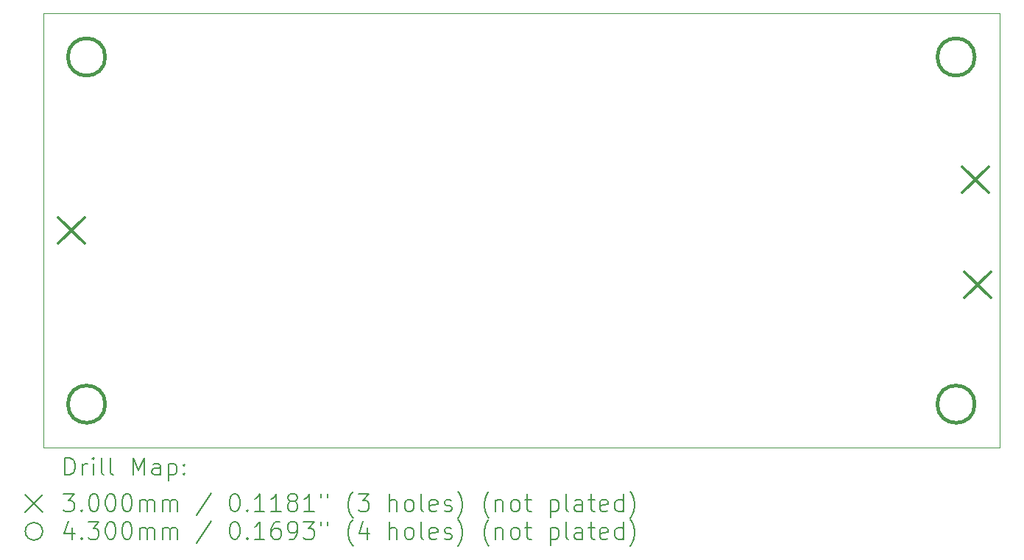
<source format=gbr>
%TF.GenerationSoftware,KiCad,Pcbnew,(6.0.7-1)-1*%
%TF.CreationDate,2022-12-17T15:07:54-05:00*%
%TF.ProjectId,ResistorNetwork,52657369-7374-46f7-924e-6574776f726b,rev?*%
%TF.SameCoordinates,Original*%
%TF.FileFunction,Drillmap*%
%TF.FilePolarity,Positive*%
%FSLAX45Y45*%
G04 Gerber Fmt 4.5, Leading zero omitted, Abs format (unit mm)*
G04 Created by KiCad (PCBNEW (6.0.7-1)-1) date 2022-12-17 15:07:54*
%MOMM*%
%LPD*%
G01*
G04 APERTURE LIST*
%ADD10C,0.100000*%
%ADD11C,0.200000*%
%ADD12C,0.300000*%
%ADD13C,0.430000*%
G04 APERTURE END LIST*
D10*
X2600000Y-2800000D02*
X13600000Y-2800000D01*
X13600000Y-2800000D02*
X13600000Y-7800000D01*
X13600000Y-7800000D02*
X2600000Y-7800000D01*
X2600000Y-7800000D02*
X2600000Y-2800000D01*
D11*
D12*
X2776500Y-5150000D02*
X3076500Y-5450000D01*
X3076500Y-5150000D02*
X2776500Y-5450000D01*
X13174500Y-4562000D02*
X13474500Y-4862000D01*
X13474500Y-4562000D02*
X13174500Y-4862000D01*
X13198500Y-5775000D02*
X13498500Y-6075000D01*
X13498500Y-5775000D02*
X13198500Y-6075000D01*
D13*
X3315000Y-3300000D02*
G75*
G03*
X3315000Y-3300000I-215000J0D01*
G01*
X3315000Y-7300000D02*
G75*
G03*
X3315000Y-7300000I-215000J0D01*
G01*
X13315000Y-3300000D02*
G75*
G03*
X13315000Y-3300000I-215000J0D01*
G01*
X13315000Y-7300000D02*
G75*
G03*
X13315000Y-7300000I-215000J0D01*
G01*
D11*
X2852619Y-8115476D02*
X2852619Y-7915476D01*
X2900238Y-7915476D01*
X2928809Y-7925000D01*
X2947857Y-7944048D01*
X2957381Y-7963095D01*
X2966905Y-8001190D01*
X2966905Y-8029762D01*
X2957381Y-8067857D01*
X2947857Y-8086905D01*
X2928809Y-8105952D01*
X2900238Y-8115476D01*
X2852619Y-8115476D01*
X3052619Y-8115476D02*
X3052619Y-7982143D01*
X3052619Y-8020238D02*
X3062143Y-8001190D01*
X3071667Y-7991667D01*
X3090714Y-7982143D01*
X3109762Y-7982143D01*
X3176428Y-8115476D02*
X3176428Y-7982143D01*
X3176428Y-7915476D02*
X3166905Y-7925000D01*
X3176428Y-7934524D01*
X3185952Y-7925000D01*
X3176428Y-7915476D01*
X3176428Y-7934524D01*
X3300238Y-8115476D02*
X3281190Y-8105952D01*
X3271667Y-8086905D01*
X3271667Y-7915476D01*
X3405000Y-8115476D02*
X3385952Y-8105952D01*
X3376428Y-8086905D01*
X3376428Y-7915476D01*
X3633571Y-8115476D02*
X3633571Y-7915476D01*
X3700238Y-8058333D01*
X3766905Y-7915476D01*
X3766905Y-8115476D01*
X3947857Y-8115476D02*
X3947857Y-8010714D01*
X3938333Y-7991667D01*
X3919286Y-7982143D01*
X3881190Y-7982143D01*
X3862143Y-7991667D01*
X3947857Y-8105952D02*
X3928809Y-8115476D01*
X3881190Y-8115476D01*
X3862143Y-8105952D01*
X3852619Y-8086905D01*
X3852619Y-8067857D01*
X3862143Y-8048809D01*
X3881190Y-8039286D01*
X3928809Y-8039286D01*
X3947857Y-8029762D01*
X4043095Y-7982143D02*
X4043095Y-8182143D01*
X4043095Y-7991667D02*
X4062143Y-7982143D01*
X4100238Y-7982143D01*
X4119286Y-7991667D01*
X4128809Y-8001190D01*
X4138333Y-8020238D01*
X4138333Y-8077381D01*
X4128809Y-8096428D01*
X4119286Y-8105952D01*
X4100238Y-8115476D01*
X4062143Y-8115476D01*
X4043095Y-8105952D01*
X4224048Y-8096428D02*
X4233571Y-8105952D01*
X4224048Y-8115476D01*
X4214524Y-8105952D01*
X4224048Y-8096428D01*
X4224048Y-8115476D01*
X4224048Y-7991667D02*
X4233571Y-8001190D01*
X4224048Y-8010714D01*
X4214524Y-8001190D01*
X4224048Y-7991667D01*
X4224048Y-8010714D01*
X2395000Y-8345000D02*
X2595000Y-8545000D01*
X2595000Y-8345000D02*
X2395000Y-8545000D01*
X2833571Y-8335476D02*
X2957381Y-8335476D01*
X2890714Y-8411667D01*
X2919286Y-8411667D01*
X2938333Y-8421190D01*
X2947857Y-8430714D01*
X2957381Y-8449762D01*
X2957381Y-8497381D01*
X2947857Y-8516429D01*
X2938333Y-8525952D01*
X2919286Y-8535476D01*
X2862143Y-8535476D01*
X2843095Y-8525952D01*
X2833571Y-8516429D01*
X3043095Y-8516429D02*
X3052619Y-8525952D01*
X3043095Y-8535476D01*
X3033571Y-8525952D01*
X3043095Y-8516429D01*
X3043095Y-8535476D01*
X3176428Y-8335476D02*
X3195476Y-8335476D01*
X3214524Y-8345000D01*
X3224048Y-8354524D01*
X3233571Y-8373571D01*
X3243095Y-8411667D01*
X3243095Y-8459286D01*
X3233571Y-8497381D01*
X3224048Y-8516429D01*
X3214524Y-8525952D01*
X3195476Y-8535476D01*
X3176428Y-8535476D01*
X3157381Y-8525952D01*
X3147857Y-8516429D01*
X3138333Y-8497381D01*
X3128809Y-8459286D01*
X3128809Y-8411667D01*
X3138333Y-8373571D01*
X3147857Y-8354524D01*
X3157381Y-8345000D01*
X3176428Y-8335476D01*
X3366905Y-8335476D02*
X3385952Y-8335476D01*
X3405000Y-8345000D01*
X3414524Y-8354524D01*
X3424048Y-8373571D01*
X3433571Y-8411667D01*
X3433571Y-8459286D01*
X3424048Y-8497381D01*
X3414524Y-8516429D01*
X3405000Y-8525952D01*
X3385952Y-8535476D01*
X3366905Y-8535476D01*
X3347857Y-8525952D01*
X3338333Y-8516429D01*
X3328809Y-8497381D01*
X3319286Y-8459286D01*
X3319286Y-8411667D01*
X3328809Y-8373571D01*
X3338333Y-8354524D01*
X3347857Y-8345000D01*
X3366905Y-8335476D01*
X3557381Y-8335476D02*
X3576428Y-8335476D01*
X3595476Y-8345000D01*
X3605000Y-8354524D01*
X3614524Y-8373571D01*
X3624048Y-8411667D01*
X3624048Y-8459286D01*
X3614524Y-8497381D01*
X3605000Y-8516429D01*
X3595476Y-8525952D01*
X3576428Y-8535476D01*
X3557381Y-8535476D01*
X3538333Y-8525952D01*
X3528809Y-8516429D01*
X3519286Y-8497381D01*
X3509762Y-8459286D01*
X3509762Y-8411667D01*
X3519286Y-8373571D01*
X3528809Y-8354524D01*
X3538333Y-8345000D01*
X3557381Y-8335476D01*
X3709762Y-8535476D02*
X3709762Y-8402143D01*
X3709762Y-8421190D02*
X3719286Y-8411667D01*
X3738333Y-8402143D01*
X3766905Y-8402143D01*
X3785952Y-8411667D01*
X3795476Y-8430714D01*
X3795476Y-8535476D01*
X3795476Y-8430714D02*
X3805000Y-8411667D01*
X3824048Y-8402143D01*
X3852619Y-8402143D01*
X3871667Y-8411667D01*
X3881190Y-8430714D01*
X3881190Y-8535476D01*
X3976428Y-8535476D02*
X3976428Y-8402143D01*
X3976428Y-8421190D02*
X3985952Y-8411667D01*
X4005000Y-8402143D01*
X4033571Y-8402143D01*
X4052619Y-8411667D01*
X4062143Y-8430714D01*
X4062143Y-8535476D01*
X4062143Y-8430714D02*
X4071667Y-8411667D01*
X4090714Y-8402143D01*
X4119286Y-8402143D01*
X4138333Y-8411667D01*
X4147857Y-8430714D01*
X4147857Y-8535476D01*
X4538333Y-8325952D02*
X4366905Y-8583095D01*
X4795476Y-8335476D02*
X4814524Y-8335476D01*
X4833571Y-8345000D01*
X4843095Y-8354524D01*
X4852619Y-8373571D01*
X4862143Y-8411667D01*
X4862143Y-8459286D01*
X4852619Y-8497381D01*
X4843095Y-8516429D01*
X4833571Y-8525952D01*
X4814524Y-8535476D01*
X4795476Y-8535476D01*
X4776429Y-8525952D01*
X4766905Y-8516429D01*
X4757381Y-8497381D01*
X4747857Y-8459286D01*
X4747857Y-8411667D01*
X4757381Y-8373571D01*
X4766905Y-8354524D01*
X4776429Y-8345000D01*
X4795476Y-8335476D01*
X4947857Y-8516429D02*
X4957381Y-8525952D01*
X4947857Y-8535476D01*
X4938333Y-8525952D01*
X4947857Y-8516429D01*
X4947857Y-8535476D01*
X5147857Y-8535476D02*
X5033571Y-8535476D01*
X5090714Y-8535476D02*
X5090714Y-8335476D01*
X5071667Y-8364048D01*
X5052619Y-8383095D01*
X5033571Y-8392619D01*
X5338333Y-8535476D02*
X5224048Y-8535476D01*
X5281190Y-8535476D02*
X5281190Y-8335476D01*
X5262143Y-8364048D01*
X5243095Y-8383095D01*
X5224048Y-8392619D01*
X5452619Y-8421190D02*
X5433571Y-8411667D01*
X5424048Y-8402143D01*
X5414524Y-8383095D01*
X5414524Y-8373571D01*
X5424048Y-8354524D01*
X5433571Y-8345000D01*
X5452619Y-8335476D01*
X5490714Y-8335476D01*
X5509762Y-8345000D01*
X5519286Y-8354524D01*
X5528810Y-8373571D01*
X5528810Y-8383095D01*
X5519286Y-8402143D01*
X5509762Y-8411667D01*
X5490714Y-8421190D01*
X5452619Y-8421190D01*
X5433571Y-8430714D01*
X5424048Y-8440238D01*
X5414524Y-8459286D01*
X5414524Y-8497381D01*
X5424048Y-8516429D01*
X5433571Y-8525952D01*
X5452619Y-8535476D01*
X5490714Y-8535476D01*
X5509762Y-8525952D01*
X5519286Y-8516429D01*
X5528810Y-8497381D01*
X5528810Y-8459286D01*
X5519286Y-8440238D01*
X5509762Y-8430714D01*
X5490714Y-8421190D01*
X5719286Y-8535476D02*
X5605000Y-8535476D01*
X5662143Y-8535476D02*
X5662143Y-8335476D01*
X5643095Y-8364048D01*
X5624048Y-8383095D01*
X5605000Y-8392619D01*
X5795476Y-8335476D02*
X5795476Y-8373571D01*
X5871667Y-8335476D02*
X5871667Y-8373571D01*
X6166905Y-8611667D02*
X6157381Y-8602143D01*
X6138333Y-8573571D01*
X6128809Y-8554524D01*
X6119286Y-8525952D01*
X6109762Y-8478333D01*
X6109762Y-8440238D01*
X6119286Y-8392619D01*
X6128809Y-8364048D01*
X6138333Y-8345000D01*
X6157381Y-8316428D01*
X6166905Y-8306905D01*
X6224048Y-8335476D02*
X6347857Y-8335476D01*
X6281190Y-8411667D01*
X6309762Y-8411667D01*
X6328809Y-8421190D01*
X6338333Y-8430714D01*
X6347857Y-8449762D01*
X6347857Y-8497381D01*
X6338333Y-8516429D01*
X6328809Y-8525952D01*
X6309762Y-8535476D01*
X6252619Y-8535476D01*
X6233571Y-8525952D01*
X6224048Y-8516429D01*
X6585952Y-8535476D02*
X6585952Y-8335476D01*
X6671667Y-8535476D02*
X6671667Y-8430714D01*
X6662143Y-8411667D01*
X6643095Y-8402143D01*
X6614524Y-8402143D01*
X6595476Y-8411667D01*
X6585952Y-8421190D01*
X6795476Y-8535476D02*
X6776428Y-8525952D01*
X6766905Y-8516429D01*
X6757381Y-8497381D01*
X6757381Y-8440238D01*
X6766905Y-8421190D01*
X6776428Y-8411667D01*
X6795476Y-8402143D01*
X6824048Y-8402143D01*
X6843095Y-8411667D01*
X6852619Y-8421190D01*
X6862143Y-8440238D01*
X6862143Y-8497381D01*
X6852619Y-8516429D01*
X6843095Y-8525952D01*
X6824048Y-8535476D01*
X6795476Y-8535476D01*
X6976428Y-8535476D02*
X6957381Y-8525952D01*
X6947857Y-8506905D01*
X6947857Y-8335476D01*
X7128809Y-8525952D02*
X7109762Y-8535476D01*
X7071667Y-8535476D01*
X7052619Y-8525952D01*
X7043095Y-8506905D01*
X7043095Y-8430714D01*
X7052619Y-8411667D01*
X7071667Y-8402143D01*
X7109762Y-8402143D01*
X7128809Y-8411667D01*
X7138333Y-8430714D01*
X7138333Y-8449762D01*
X7043095Y-8468810D01*
X7214524Y-8525952D02*
X7233571Y-8535476D01*
X7271667Y-8535476D01*
X7290714Y-8525952D01*
X7300238Y-8506905D01*
X7300238Y-8497381D01*
X7290714Y-8478333D01*
X7271667Y-8468810D01*
X7243095Y-8468810D01*
X7224048Y-8459286D01*
X7214524Y-8440238D01*
X7214524Y-8430714D01*
X7224048Y-8411667D01*
X7243095Y-8402143D01*
X7271667Y-8402143D01*
X7290714Y-8411667D01*
X7366905Y-8611667D02*
X7376428Y-8602143D01*
X7395476Y-8573571D01*
X7405000Y-8554524D01*
X7414524Y-8525952D01*
X7424048Y-8478333D01*
X7424048Y-8440238D01*
X7414524Y-8392619D01*
X7405000Y-8364048D01*
X7395476Y-8345000D01*
X7376428Y-8316428D01*
X7366905Y-8306905D01*
X7728809Y-8611667D02*
X7719286Y-8602143D01*
X7700238Y-8573571D01*
X7690714Y-8554524D01*
X7681190Y-8525952D01*
X7671667Y-8478333D01*
X7671667Y-8440238D01*
X7681190Y-8392619D01*
X7690714Y-8364048D01*
X7700238Y-8345000D01*
X7719286Y-8316428D01*
X7728809Y-8306905D01*
X7805000Y-8402143D02*
X7805000Y-8535476D01*
X7805000Y-8421190D02*
X7814524Y-8411667D01*
X7833571Y-8402143D01*
X7862143Y-8402143D01*
X7881190Y-8411667D01*
X7890714Y-8430714D01*
X7890714Y-8535476D01*
X8014524Y-8535476D02*
X7995476Y-8525952D01*
X7985952Y-8516429D01*
X7976428Y-8497381D01*
X7976428Y-8440238D01*
X7985952Y-8421190D01*
X7995476Y-8411667D01*
X8014524Y-8402143D01*
X8043095Y-8402143D01*
X8062143Y-8411667D01*
X8071667Y-8421190D01*
X8081190Y-8440238D01*
X8081190Y-8497381D01*
X8071667Y-8516429D01*
X8062143Y-8525952D01*
X8043095Y-8535476D01*
X8014524Y-8535476D01*
X8138333Y-8402143D02*
X8214524Y-8402143D01*
X8166905Y-8335476D02*
X8166905Y-8506905D01*
X8176428Y-8525952D01*
X8195476Y-8535476D01*
X8214524Y-8535476D01*
X8433571Y-8402143D02*
X8433571Y-8602143D01*
X8433571Y-8411667D02*
X8452619Y-8402143D01*
X8490714Y-8402143D01*
X8509762Y-8411667D01*
X8519286Y-8421190D01*
X8528810Y-8440238D01*
X8528810Y-8497381D01*
X8519286Y-8516429D01*
X8509762Y-8525952D01*
X8490714Y-8535476D01*
X8452619Y-8535476D01*
X8433571Y-8525952D01*
X8643095Y-8535476D02*
X8624048Y-8525952D01*
X8614524Y-8506905D01*
X8614524Y-8335476D01*
X8805000Y-8535476D02*
X8805000Y-8430714D01*
X8795476Y-8411667D01*
X8776429Y-8402143D01*
X8738333Y-8402143D01*
X8719286Y-8411667D01*
X8805000Y-8525952D02*
X8785952Y-8535476D01*
X8738333Y-8535476D01*
X8719286Y-8525952D01*
X8709762Y-8506905D01*
X8709762Y-8487857D01*
X8719286Y-8468810D01*
X8738333Y-8459286D01*
X8785952Y-8459286D01*
X8805000Y-8449762D01*
X8871667Y-8402143D02*
X8947857Y-8402143D01*
X8900238Y-8335476D02*
X8900238Y-8506905D01*
X8909762Y-8525952D01*
X8928810Y-8535476D01*
X8947857Y-8535476D01*
X9090714Y-8525952D02*
X9071667Y-8535476D01*
X9033571Y-8535476D01*
X9014524Y-8525952D01*
X9005000Y-8506905D01*
X9005000Y-8430714D01*
X9014524Y-8411667D01*
X9033571Y-8402143D01*
X9071667Y-8402143D01*
X9090714Y-8411667D01*
X9100238Y-8430714D01*
X9100238Y-8449762D01*
X9005000Y-8468810D01*
X9271667Y-8535476D02*
X9271667Y-8335476D01*
X9271667Y-8525952D02*
X9252619Y-8535476D01*
X9214524Y-8535476D01*
X9195476Y-8525952D01*
X9185952Y-8516429D01*
X9176429Y-8497381D01*
X9176429Y-8440238D01*
X9185952Y-8421190D01*
X9195476Y-8411667D01*
X9214524Y-8402143D01*
X9252619Y-8402143D01*
X9271667Y-8411667D01*
X9347857Y-8611667D02*
X9357381Y-8602143D01*
X9376429Y-8573571D01*
X9385952Y-8554524D01*
X9395476Y-8525952D01*
X9405000Y-8478333D01*
X9405000Y-8440238D01*
X9395476Y-8392619D01*
X9385952Y-8364048D01*
X9376429Y-8345000D01*
X9357381Y-8316428D01*
X9347857Y-8306905D01*
X2595000Y-8765000D02*
G75*
G03*
X2595000Y-8765000I-100000J0D01*
G01*
X2938333Y-8722143D02*
X2938333Y-8855476D01*
X2890714Y-8645952D02*
X2843095Y-8788810D01*
X2966905Y-8788810D01*
X3043095Y-8836429D02*
X3052619Y-8845952D01*
X3043095Y-8855476D01*
X3033571Y-8845952D01*
X3043095Y-8836429D01*
X3043095Y-8855476D01*
X3119286Y-8655476D02*
X3243095Y-8655476D01*
X3176428Y-8731667D01*
X3205000Y-8731667D01*
X3224048Y-8741190D01*
X3233571Y-8750714D01*
X3243095Y-8769762D01*
X3243095Y-8817381D01*
X3233571Y-8836429D01*
X3224048Y-8845952D01*
X3205000Y-8855476D01*
X3147857Y-8855476D01*
X3128809Y-8845952D01*
X3119286Y-8836429D01*
X3366905Y-8655476D02*
X3385952Y-8655476D01*
X3405000Y-8665000D01*
X3414524Y-8674524D01*
X3424048Y-8693571D01*
X3433571Y-8731667D01*
X3433571Y-8779286D01*
X3424048Y-8817381D01*
X3414524Y-8836429D01*
X3405000Y-8845952D01*
X3385952Y-8855476D01*
X3366905Y-8855476D01*
X3347857Y-8845952D01*
X3338333Y-8836429D01*
X3328809Y-8817381D01*
X3319286Y-8779286D01*
X3319286Y-8731667D01*
X3328809Y-8693571D01*
X3338333Y-8674524D01*
X3347857Y-8665000D01*
X3366905Y-8655476D01*
X3557381Y-8655476D02*
X3576428Y-8655476D01*
X3595476Y-8665000D01*
X3605000Y-8674524D01*
X3614524Y-8693571D01*
X3624048Y-8731667D01*
X3624048Y-8779286D01*
X3614524Y-8817381D01*
X3605000Y-8836429D01*
X3595476Y-8845952D01*
X3576428Y-8855476D01*
X3557381Y-8855476D01*
X3538333Y-8845952D01*
X3528809Y-8836429D01*
X3519286Y-8817381D01*
X3509762Y-8779286D01*
X3509762Y-8731667D01*
X3519286Y-8693571D01*
X3528809Y-8674524D01*
X3538333Y-8665000D01*
X3557381Y-8655476D01*
X3709762Y-8855476D02*
X3709762Y-8722143D01*
X3709762Y-8741190D02*
X3719286Y-8731667D01*
X3738333Y-8722143D01*
X3766905Y-8722143D01*
X3785952Y-8731667D01*
X3795476Y-8750714D01*
X3795476Y-8855476D01*
X3795476Y-8750714D02*
X3805000Y-8731667D01*
X3824048Y-8722143D01*
X3852619Y-8722143D01*
X3871667Y-8731667D01*
X3881190Y-8750714D01*
X3881190Y-8855476D01*
X3976428Y-8855476D02*
X3976428Y-8722143D01*
X3976428Y-8741190D02*
X3985952Y-8731667D01*
X4005000Y-8722143D01*
X4033571Y-8722143D01*
X4052619Y-8731667D01*
X4062143Y-8750714D01*
X4062143Y-8855476D01*
X4062143Y-8750714D02*
X4071667Y-8731667D01*
X4090714Y-8722143D01*
X4119286Y-8722143D01*
X4138333Y-8731667D01*
X4147857Y-8750714D01*
X4147857Y-8855476D01*
X4538333Y-8645952D02*
X4366905Y-8903095D01*
X4795476Y-8655476D02*
X4814524Y-8655476D01*
X4833571Y-8665000D01*
X4843095Y-8674524D01*
X4852619Y-8693571D01*
X4862143Y-8731667D01*
X4862143Y-8779286D01*
X4852619Y-8817381D01*
X4843095Y-8836429D01*
X4833571Y-8845952D01*
X4814524Y-8855476D01*
X4795476Y-8855476D01*
X4776429Y-8845952D01*
X4766905Y-8836429D01*
X4757381Y-8817381D01*
X4747857Y-8779286D01*
X4747857Y-8731667D01*
X4757381Y-8693571D01*
X4766905Y-8674524D01*
X4776429Y-8665000D01*
X4795476Y-8655476D01*
X4947857Y-8836429D02*
X4957381Y-8845952D01*
X4947857Y-8855476D01*
X4938333Y-8845952D01*
X4947857Y-8836429D01*
X4947857Y-8855476D01*
X5147857Y-8855476D02*
X5033571Y-8855476D01*
X5090714Y-8855476D02*
X5090714Y-8655476D01*
X5071667Y-8684048D01*
X5052619Y-8703095D01*
X5033571Y-8712619D01*
X5319286Y-8655476D02*
X5281190Y-8655476D01*
X5262143Y-8665000D01*
X5252619Y-8674524D01*
X5233571Y-8703095D01*
X5224048Y-8741190D01*
X5224048Y-8817381D01*
X5233571Y-8836429D01*
X5243095Y-8845952D01*
X5262143Y-8855476D01*
X5300238Y-8855476D01*
X5319286Y-8845952D01*
X5328810Y-8836429D01*
X5338333Y-8817381D01*
X5338333Y-8769762D01*
X5328810Y-8750714D01*
X5319286Y-8741190D01*
X5300238Y-8731667D01*
X5262143Y-8731667D01*
X5243095Y-8741190D01*
X5233571Y-8750714D01*
X5224048Y-8769762D01*
X5433571Y-8855476D02*
X5471667Y-8855476D01*
X5490714Y-8845952D01*
X5500238Y-8836429D01*
X5519286Y-8807857D01*
X5528810Y-8769762D01*
X5528810Y-8693571D01*
X5519286Y-8674524D01*
X5509762Y-8665000D01*
X5490714Y-8655476D01*
X5452619Y-8655476D01*
X5433571Y-8665000D01*
X5424048Y-8674524D01*
X5414524Y-8693571D01*
X5414524Y-8741190D01*
X5424048Y-8760238D01*
X5433571Y-8769762D01*
X5452619Y-8779286D01*
X5490714Y-8779286D01*
X5509762Y-8769762D01*
X5519286Y-8760238D01*
X5528810Y-8741190D01*
X5595476Y-8655476D02*
X5719286Y-8655476D01*
X5652619Y-8731667D01*
X5681190Y-8731667D01*
X5700238Y-8741190D01*
X5709762Y-8750714D01*
X5719286Y-8769762D01*
X5719286Y-8817381D01*
X5709762Y-8836429D01*
X5700238Y-8845952D01*
X5681190Y-8855476D01*
X5624048Y-8855476D01*
X5605000Y-8845952D01*
X5595476Y-8836429D01*
X5795476Y-8655476D02*
X5795476Y-8693571D01*
X5871667Y-8655476D02*
X5871667Y-8693571D01*
X6166905Y-8931667D02*
X6157381Y-8922143D01*
X6138333Y-8893571D01*
X6128809Y-8874524D01*
X6119286Y-8845952D01*
X6109762Y-8798333D01*
X6109762Y-8760238D01*
X6119286Y-8712619D01*
X6128809Y-8684048D01*
X6138333Y-8665000D01*
X6157381Y-8636429D01*
X6166905Y-8626905D01*
X6328809Y-8722143D02*
X6328809Y-8855476D01*
X6281190Y-8645952D02*
X6233571Y-8788810D01*
X6357381Y-8788810D01*
X6585952Y-8855476D02*
X6585952Y-8655476D01*
X6671667Y-8855476D02*
X6671667Y-8750714D01*
X6662143Y-8731667D01*
X6643095Y-8722143D01*
X6614524Y-8722143D01*
X6595476Y-8731667D01*
X6585952Y-8741190D01*
X6795476Y-8855476D02*
X6776428Y-8845952D01*
X6766905Y-8836429D01*
X6757381Y-8817381D01*
X6757381Y-8760238D01*
X6766905Y-8741190D01*
X6776428Y-8731667D01*
X6795476Y-8722143D01*
X6824048Y-8722143D01*
X6843095Y-8731667D01*
X6852619Y-8741190D01*
X6862143Y-8760238D01*
X6862143Y-8817381D01*
X6852619Y-8836429D01*
X6843095Y-8845952D01*
X6824048Y-8855476D01*
X6795476Y-8855476D01*
X6976428Y-8855476D02*
X6957381Y-8845952D01*
X6947857Y-8826905D01*
X6947857Y-8655476D01*
X7128809Y-8845952D02*
X7109762Y-8855476D01*
X7071667Y-8855476D01*
X7052619Y-8845952D01*
X7043095Y-8826905D01*
X7043095Y-8750714D01*
X7052619Y-8731667D01*
X7071667Y-8722143D01*
X7109762Y-8722143D01*
X7128809Y-8731667D01*
X7138333Y-8750714D01*
X7138333Y-8769762D01*
X7043095Y-8788810D01*
X7214524Y-8845952D02*
X7233571Y-8855476D01*
X7271667Y-8855476D01*
X7290714Y-8845952D01*
X7300238Y-8826905D01*
X7300238Y-8817381D01*
X7290714Y-8798333D01*
X7271667Y-8788810D01*
X7243095Y-8788810D01*
X7224048Y-8779286D01*
X7214524Y-8760238D01*
X7214524Y-8750714D01*
X7224048Y-8731667D01*
X7243095Y-8722143D01*
X7271667Y-8722143D01*
X7290714Y-8731667D01*
X7366905Y-8931667D02*
X7376428Y-8922143D01*
X7395476Y-8893571D01*
X7405000Y-8874524D01*
X7414524Y-8845952D01*
X7424048Y-8798333D01*
X7424048Y-8760238D01*
X7414524Y-8712619D01*
X7405000Y-8684048D01*
X7395476Y-8665000D01*
X7376428Y-8636429D01*
X7366905Y-8626905D01*
X7728809Y-8931667D02*
X7719286Y-8922143D01*
X7700238Y-8893571D01*
X7690714Y-8874524D01*
X7681190Y-8845952D01*
X7671667Y-8798333D01*
X7671667Y-8760238D01*
X7681190Y-8712619D01*
X7690714Y-8684048D01*
X7700238Y-8665000D01*
X7719286Y-8636429D01*
X7728809Y-8626905D01*
X7805000Y-8722143D02*
X7805000Y-8855476D01*
X7805000Y-8741190D02*
X7814524Y-8731667D01*
X7833571Y-8722143D01*
X7862143Y-8722143D01*
X7881190Y-8731667D01*
X7890714Y-8750714D01*
X7890714Y-8855476D01*
X8014524Y-8855476D02*
X7995476Y-8845952D01*
X7985952Y-8836429D01*
X7976428Y-8817381D01*
X7976428Y-8760238D01*
X7985952Y-8741190D01*
X7995476Y-8731667D01*
X8014524Y-8722143D01*
X8043095Y-8722143D01*
X8062143Y-8731667D01*
X8071667Y-8741190D01*
X8081190Y-8760238D01*
X8081190Y-8817381D01*
X8071667Y-8836429D01*
X8062143Y-8845952D01*
X8043095Y-8855476D01*
X8014524Y-8855476D01*
X8138333Y-8722143D02*
X8214524Y-8722143D01*
X8166905Y-8655476D02*
X8166905Y-8826905D01*
X8176428Y-8845952D01*
X8195476Y-8855476D01*
X8214524Y-8855476D01*
X8433571Y-8722143D02*
X8433571Y-8922143D01*
X8433571Y-8731667D02*
X8452619Y-8722143D01*
X8490714Y-8722143D01*
X8509762Y-8731667D01*
X8519286Y-8741190D01*
X8528810Y-8760238D01*
X8528810Y-8817381D01*
X8519286Y-8836429D01*
X8509762Y-8845952D01*
X8490714Y-8855476D01*
X8452619Y-8855476D01*
X8433571Y-8845952D01*
X8643095Y-8855476D02*
X8624048Y-8845952D01*
X8614524Y-8826905D01*
X8614524Y-8655476D01*
X8805000Y-8855476D02*
X8805000Y-8750714D01*
X8795476Y-8731667D01*
X8776429Y-8722143D01*
X8738333Y-8722143D01*
X8719286Y-8731667D01*
X8805000Y-8845952D02*
X8785952Y-8855476D01*
X8738333Y-8855476D01*
X8719286Y-8845952D01*
X8709762Y-8826905D01*
X8709762Y-8807857D01*
X8719286Y-8788810D01*
X8738333Y-8779286D01*
X8785952Y-8779286D01*
X8805000Y-8769762D01*
X8871667Y-8722143D02*
X8947857Y-8722143D01*
X8900238Y-8655476D02*
X8900238Y-8826905D01*
X8909762Y-8845952D01*
X8928810Y-8855476D01*
X8947857Y-8855476D01*
X9090714Y-8845952D02*
X9071667Y-8855476D01*
X9033571Y-8855476D01*
X9014524Y-8845952D01*
X9005000Y-8826905D01*
X9005000Y-8750714D01*
X9014524Y-8731667D01*
X9033571Y-8722143D01*
X9071667Y-8722143D01*
X9090714Y-8731667D01*
X9100238Y-8750714D01*
X9100238Y-8769762D01*
X9005000Y-8788810D01*
X9271667Y-8855476D02*
X9271667Y-8655476D01*
X9271667Y-8845952D02*
X9252619Y-8855476D01*
X9214524Y-8855476D01*
X9195476Y-8845952D01*
X9185952Y-8836429D01*
X9176429Y-8817381D01*
X9176429Y-8760238D01*
X9185952Y-8741190D01*
X9195476Y-8731667D01*
X9214524Y-8722143D01*
X9252619Y-8722143D01*
X9271667Y-8731667D01*
X9347857Y-8931667D02*
X9357381Y-8922143D01*
X9376429Y-8893571D01*
X9385952Y-8874524D01*
X9395476Y-8845952D01*
X9405000Y-8798333D01*
X9405000Y-8760238D01*
X9395476Y-8712619D01*
X9385952Y-8684048D01*
X9376429Y-8665000D01*
X9357381Y-8636429D01*
X9347857Y-8626905D01*
M02*

</source>
